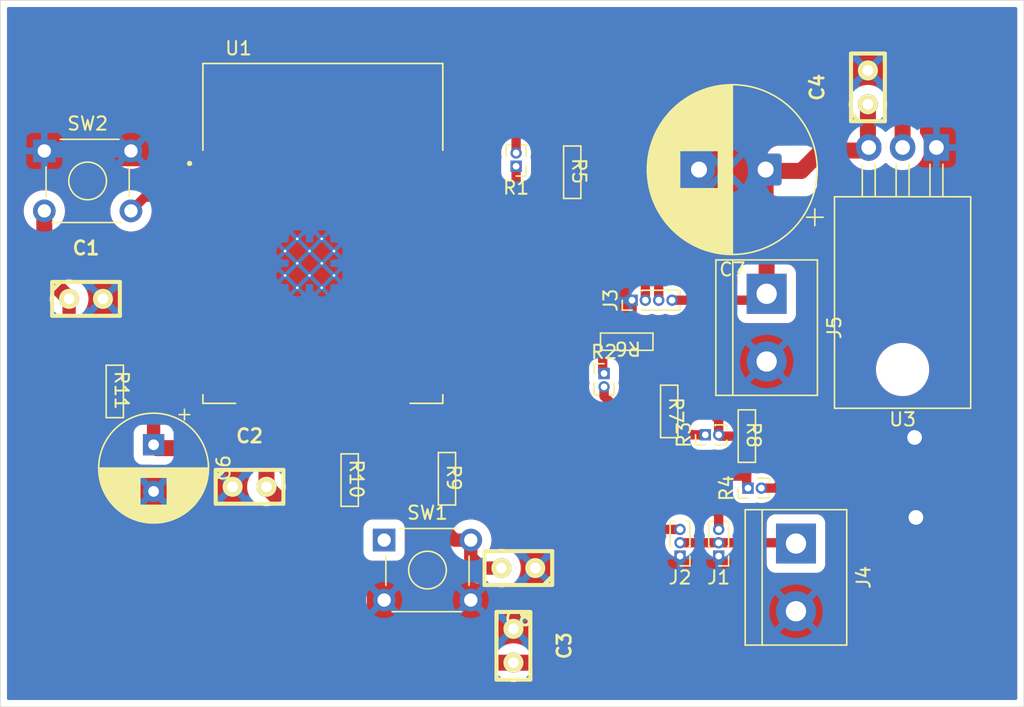
<source format=kicad_pcb>
(kicad_pcb (version 20241229) (generator "pcbnew") (generator_version "9.0")
  (layers (0 "F.Cu" signal) (2 "B.Cu" signal) (13 "F.Paste" user) (15 "B.Paste" user) (5 "F.SilkS" user "F.Silkscreen") (7 "B.SilkS" user "B.Silkscreen") (1 "F.Mask" user) (3 "B.Mask" user) (25 "Edge.Cuts" user))
  (net 0 "")
  (net 1 "Net-(J1-Pin_3)")
  (net 2 "Net-(J2-Pin_3)")
  (net 3 "/GND")
  (net 4 "/EN")
  (net 5 "/3.3v")
  (net 6 "/5vusb")
  (net 7 "/5v")
  (net 8 "Net-(C8-Pad2)")
  (net 9 "Net-(J3-Pin_2)")
  (net 10 "Net-(J3-Pin_3)")
  (net 11 "Net-(U1-IO22)")
  (net 12 "Net-(U1-IO21)")
  (net 13 "Net-(U1-IO19)")
  (net 14 "Net-(U1-IO18)")
  (net 15 "/boot")
  (footprint "eesp32:rrr" (layer "F.Cu") (at 75.2254 107.109287 -90)
    (property "Reference" "R5" (at 0 -0.5 270) (layer "F.SilkS"))
    (property "Value" "R")
    (pad "1" smd roundrect (at -1.755775 0) (size 1.4224 1.51765) (layers "F.Cu" "F.Mask" "F.Paste") (net 3 "/GND"))
    (pad "2" smd roundrect (at 1.890713 0.0254) (size 1.4478 1.450974) (layers "F.Cu" "F.Mask" "F.Paste") (net 11 "Net-(U1-IO22)"))
  )
  (footprint "Connector_PinHeader_1.00mm:PinHeader_1x03_P1.00mm_Vertical" (layer "F.Cu") (at 86.2 136 180)
    (property "Reference" "J1" (at 0 -1.61 0) (layer "F.SilkS"))
    (property "Value" "Conn_01x03_Pin" (hide yes))
    (pad "1" thru_hole rect (at 0 0 180) (size 0.85 0.85) (drill 0.5) (layers "*.Cu" "*.Mask") (net 3 "/GND"))
    (pad "2" thru_hole circle (at 0 1 180) (size 0.85 0.85) (drill 0.5) (layers "*.Cu" "*.Mask") (net 7 "/5v"))
    (pad "3" thru_hole circle (at 0 2 180) (size 0.85 0.85) (drill 0.5) (layers "*.Cu" "*.Mask") (net 1 "Net-(J1-Pin_3)"))
  )
  (footprint "eesp32:rrr" (layer "F.Cu") (at 40.9 123.555775 -90)
    (property "Reference" "R11" (at 0 -0.5 270) (layer "F.SilkS"))
    (property "Value" "10k")
    (pad "1" smd roundrect (at -1.755775 0) (size 1.4224 1.51765) (layers "F.Cu" "F.Mask" "F.Paste") (net 4 "/EN"))
    (pad "2" smd roundrect (at 1.890713 0.0254) (size 1.4478 1.450974) (layers "F.Cu" "F.Mask" "F.Paste") (net 5 "/3.3v"))
  )
  (footprint "Connector_PinHeader_1.00mm:PinHeader_1x03_P1.00mm_Vertical" (layer "F.Cu") (at 83.3 136 180)
    (property "Reference" "J2" (at 0 -1.61 0) (layer "F.SilkS"))
    (property "Value" "Conn_01x03_Pin")
    (pad "1" thru_hole rect (at 0 0 180) (size 0.85 0.85) (drill 0.5) (layers "*.Cu" "*.Mask") (net 3 "/GND"))
    (pad "2" thru_hole circle (at 0 1 180) (size 0.85 0.85) (drill 0.5) (layers "*.Cu" "*.Mask") (net 7 "/5v"))
    (pad "3" thru_hole circle (at 0 2 180) (size 0.85 0.85) (drill 0.5) (layers "*.Cu" "*.Mask") (net 2 "Net-(J2-Pin_3)"))
  )
  (footprint "eesp32:rrr" (layer "F.Cu") (at 88.3254 126.909287 -90)
    (property "Reference" "R8" (at 0 -0.5 270) (layer "F.SilkS"))
    (property "Value" "R")
    (pad "1" smd roundrect (at -1.755775 0) (size 1.4224 1.51765) (layers "F.Cu" "F.Mask" "F.Paste") (net 3 "/GND"))
    (pad "2" smd roundrect (at 1.890713 0.0254) (size 1.4478 1.450974) (layers "F.Cu" "F.Mask" "F.Paste") (net 14 "Net-(U1-IO18)"))
  )
  (footprint "TerminalBlock:TerminalBlock_bornier-2_P5.08mm" (layer "F.Cu") (at 89.8 116.32 -90)
    (property "Reference" "J5" (at 2.54 -5.08 90) (layer "F.SilkS"))
    (property "Value" "Conn_01x02_Pin")
    (pad "1" thru_hole rect (at 0 0 270) (size 3 3) (drill 1.52) (layers "*.Cu" "*.Mask") (net 6 "/5vusb"))
    (pad "2" thru_hole circle (at 5.08 0 270) (size 3 3) (drill 1.52) (layers "*.Cu" "*.Mask") (net 3 "/GND"))
  )
  (footprint "eesp32:rrr" (layer "F.Cu") (at 82.5 125.055775 -90)
    (property "Reference" "R7" (at 0 -0.5 270) (layer "F.SilkS"))
    (property "Value" "R")
    (pad "1" smd roundrect (at -1.755775 0) (size 1.4224 1.51765) (layers "F.Cu" "F.Mask" "F.Paste") (net 3 "/GND"))
    (pad "2" smd roundrect (at 1.890713 0.0254) (size 1.4478 1.450974) (layers "F.Cu" "F.Mask" "F.Paste") (net 13 "Net-(U1-IO19)"))
  )
  (footprint "Connector_PinHeader_1.00mm:PinHeader_1x02_P1.00mm_Vertical" (layer "F.Cu") (at 71 106.75 180)
    (property "Reference" "R1" (at 0 -1.61 0) (layer "F.SilkS"))
    (property "Value" "A9013")
    (pad "1" thru_hole rect (at 0 0 180) (size 0.85 0.85) (drill 0.5) (layers "*.Cu" "*.Mask") (net 11 "Net-(U1-IO22)"))
    (pad "2" thru_hole circle (at 0 1 180) (size 0.85 0.85) (drill 0.5) (layers "*.Cu" "*.Mask") (net 5 "/3.3v"))
  )
  (footprint "Button_Switch_THT:SW_TH_Tactile_Omron_B3F-10xx" (layer "F.Cu") (at 35.6 105.6)
    (property "Reference" "SW2" (at 3.25 -2.05 0) (layer "F.SilkS"))
    (property "Value" "SW_Push")
    (pad "1" thru_hole rect (at 0 0) (size 1.7 1.7) (drill 1) (layers "*.Cu" "*.Mask") (net 3 "/GND"))
    (pad "1" thru_hole circle (at 6.5 0) (size 1.7 1.7) (drill 1) (layers "*.Cu" "*.Mask") (net 3 "/GND"))
    (pad "2" thru_hole circle (at 0 4.5) (size 1.7 1.7) (drill 1) (layers "*.Cu" "*.Mask") (net 4 "/EN"))
    (pad "2" thru_hole circle (at 6.5 4.5) (size 1.7 1.7) (drill 1) (layers "*.Cu" "*.Mask") (net 4 "/EN"))
  )
  (footprint "EESTN5:CAP_0.1" (layer "F.Cu") (at 70.8 142.73 -90)
    (property "Reference" "C3" (at 0 -3.81 90) (layer "F.SilkS") (effects (font (size 1.016 1.016) (thickness 0.2032))))
    (property "Value" "10uf" (hide yes))
    (pad "1" thru_hole circle (at -1.27 0 270) (size 1.50114 1.50114) (drill 0.8001) (layers "*.Cu" "*.Mask" "F.SilkS") (net 3 "/GND"))
    (pad "2" thru_hole circle (at 1.27 0 270) (size 1.50114 1.50114) (drill 0.8001) (layers "*.Cu" "*.Mask" "F.SilkS") (net 5 "/3.3v"))
  )
  (footprint "EESTN5:CAP_0.1" (layer "F.Cu") (at 38.73 116.7)
    (property "Reference" "C1" (at 0 -3.81 0) (layer "F.SilkS") (effects (font (size 1.016 1.016) (thickness 0.2032))))
    (property "Value" "10nf" (hide yes))
    (pad "1" thru_hole circle (at -1.27 0) (size 1.50114 1.50114) (drill 0.8001) (layers "*.Cu" "*.Mask" "F.SilkS") (net 4 "/EN"))
    (pad "2" thru_hole circle (at 1.27 0) (size 1.50114 1.50114) (drill 0.8001) (layers "*.Cu" "*.Mask" "F.SilkS") (net 3 "/GND"))
  )
  (footprint "Capacitor_THT:CP_Radial_D12.5mm_P5.00mm" (layer "F.Cu") (at 89.723959 107 180)
    (property "Reference" "C7" (at 2.5 -7.5 0) (layer "F.SilkS"))
    (property "Value" "1000uf")
    (pad "1" thru_hole roundrect (at 0 0 180) (size 2.4 2.4) (drill 1.2) (layers "*.Cu" "*.Mask") (roundrect_rratio 0.104167) (net 6 "/5vusb"))
    (pad "2" thru_hole circle (at 5 0 180) (size 2.4 2.4) (drill 1.2) (layers "*.Cu" "*.Mask") (net 3 "/GND"))
  )
  (footprint "Button_Switch_THT:SW_TH_Tactile_Omron_B3F-10xx" (layer "F.Cu") (at 61.1 134.8)
    (property "Reference" "SW1" (at 3.25 -2.05 0) (layer "F.SilkS"))
    (property "Value" "SW_Push")
    (pad "1" thru_hole rect (at 0 0) (size 1.7 1.7) (drill 1) (layers "*.Cu" "*.Mask") (net 8 "Net-(C8-Pad2)"))
    (pad "1" thru_hole circle (at 6.5 0) (size 1.7 1.7) (drill 1) (layers "*.Cu" "*.Mask") (net 8 "Net-(C8-Pad2)"))
    (pad "2" thru_hole circle (at 0 4.5) (size 1.7 1.7) (drill 1) (layers "*.Cu" "*.Mask") (net 3 "/GND"))
    (pad "2" thru_hole circle (at 6.5 4.5) (size 1.7 1.7) (drill 1) (layers "*.Cu" "*.Mask") (net 3 "/GND"))
  )
  (footprint "EESTN5:CAP_0.1" (layer "F.Cu") (at 97.4 100.83 90)
    (property "Reference" "C4" (at 0 -3.81 90) (layer "F.SilkS") (effects (font (size 1.016 1.016) (thickness 0.2032))))
    (property "Value" "100nf" (hide yes))
    (pad "1" thru_hole circle (at -1.27 0 90) (size 1.50114 1.50114) (drill 0.8001) (layers "*.Cu" "*.Mask" "F.SilkS") (net 6 "/5vusb"))
    (pad "2" thru_hole circle (at 1.27 0 90) (size 1.50114 1.50114) (drill 0.8001) (layers "*.Cu" "*.Mask" "F.SilkS") (net 3 "/GND"))
  )
  (footprint "TerminalBlock:TerminalBlock_bornier-2_P5.08mm" (layer "F.Cu") (at 92 135.06 -90)
    (property "Reference" "J4" (at 2.54 -5.08 90) (layer "F.SilkS"))
    (property "Value" "Conn_01x02_Pin")
    (pad "1" thru_hole rect (at 0 0 270) (size 3 3) (drill 1.52) (layers "*.Cu" "*.Mask") (net 7 "/5v"))
    (pad "2" thru_hole circle (at 5.08 0 270) (size 3 3) (drill 1.52) (layers "*.Cu" "*.Mask") (net 3 "/GND"))
  )
  (footprint "Capacitor_THT:CP_Radial_D8.0mm_P3.50mm" (layer "F.Cu") (at 43.8 127.647349 -90)
    (property "Reference" "C6" (at 1.75 -5.25 90) (layer "F.SilkS"))
    (property "Value" "100uf")
    (pad "1" thru_hole rect (at 0 0 270) (size 1.6 1.6) (drill 0.8) (layers "*.Cu" "*.Mask") (net 5 "/3.3v"))
    (pad "2" thru_hole circle (at 3.5 0 270) (size 1.6 1.6) (drill 0.8) (layers "*.Cu" "*.Mask") (net 3 "/GND"))
  )
  (footprint "Connector_PinHeader_1.00mm:PinHeader_1x02_P1.00mm_Vertical" (layer "F.Cu") (at 77.6 122.3)
    (property "Reference" "R2" (at 0 -1.61 0) (layer "F.SilkS"))
    (property "Value" "A9013")
    (pad "1" thru_hole rect (at 0 0) (size 0.85 0.85) (drill 0.5) (layers "*.Cu" "*.Mask") (net 12 "Net-(U1-IO21)"))
    (pad "2" thru_hole circle (at 0 1) (size 0.85 0.85) (drill 0.5) (layers "*.Cu" "*.Mask") (net 5 "/3.3v"))
  )
  (footprint "EESTN5:CAP_0.1" (layer "F.Cu") (at 71.17 136.9 180)
    (property "Reference" "C8" (at 0 -3.81 180) (layer "F.SilkS") (effects (font (size 1.016 1.016) (thickness 0.2032))))
    (property "Value" "10nf" (hide yes))
    (pad "1" thru_hole circle (at -1.27 0 180) (size 1.50114 1.50114) (drill 0.8001) (layers "*.Cu" "*.Mask" "F.SilkS") (net 3 "/GND"))
    (pad "2" thru_hole circle (at 1.27 0 180) (size 1.50114 1.50114) (drill 0.8001) (layers "*.Cu" "*.Mask" "F.SilkS") (net 8 "Net-(C8-Pad2)"))
  )
  (footprint "eesp32:rrr" (layer "F.Cu") (at 65.8254 130.109287 -90)
    (property "Reference" "R9" (at 0 -0.5 270) (layer "F.SilkS"))
    (property "Value" "2k")
    (pad "1" smd roundrect (at -1.755775 0) (size 1.4224 1.51765) (layers "F.Cu" "F.Mask" "F.Paste") (net 15 "/boot"))
    (pad "2" smd roundrect (at 1.890713 0.0254) (size 1.4478 1.450974) (layers "F.Cu" "F.Mask" "F.Paste") (net 8 "Net-(C8-Pad2)"))
  )
  (footprint "eesp32:rrr" (layer "F.Cu") (at 79.390713 119.9254 180)
    (property "Reference" "R6" (at 0 -0.5 180) (layer "F.SilkS"))
    (property "Value" "R")
    (pad "1" smd roundrect (at -1.755775 0 270) (size 1.4224 1.51765) (layers "F.Cu" "F.Mask" "F.Paste") (net 3 "/GND"))
    (pad "2" smd roundrect (at 1.890713 0.0254 270) (size 1.4478 1.450974) (layers "F.Cu" "F.Mask" "F.Paste") (net 12 "Net-(U1-IO21)"))
  )
  (footprint "eesp32:rrr" (layer "F.Cu") (at 58.5254 130.209287 -90)
    (property "Reference" "R10" (at 0 -0.5 270) (layer "F.SilkS"))
    (property "Value" "20k")
    (pad "1" smd roundrect (at -1.755775 0) (size 1.4224 1.51765) (layers "F.Cu" "F.Mask" "F.Paste") (net 15 "/boot"))
    (pad "2" smd roundrect (at 1.890713 0.0254) (size 1.4478 1.450974) (layers "F.Cu" "F.Mask" "F.Paste") (net 5 "/3.3v"))
  )
  (footprint "Connector_PinHeader_1.00mm:PinHeader_1x02_P1.00mm_Vertical" (layer "F.Cu") (at 85.2 126.9 90)
    (property "Reference" "R3" (at 0 -1.61 90) (layer "F.SilkS"))
    (property "Value" "A9013")
    (pad "1" thru_hole rect (at 0 0 90) (size 0.85 0.85) (drill 0.5) (layers "*.Cu" "*.Mask") (net 13 "Net-(U1-IO19)"))
    (pad "2" thru_hole circle (at 0 1 90) (size 0.85 0.85) (drill 0.5) (layers "*.Cu" "*.Mask") (net 5 "/3.3v"))
  )
  (footprint "EESTN5:CAP_0.1" (layer "F.Cu") (at 51 130.8)
    (property "Reference" "C2" (at 0 -3.81 0) (layer "F.SilkS") (effects (font (size 1.016 1.016) (thickness 0.2032))))
    (property "Value" "100nf" (hide yes))
    (pad "1" thru_hole circle (at -1.27 0) (size 1.50114 1.50114) (drill 0.8001) (layers "*.Cu" "*.Mask" "F.SilkS") (net 3 "/GND"))
    (pad "2" thru_hole circle (at 1.27 0) (size 1.50114 1.50114) (drill 0.8001) (layers "*.Cu" "*.Mask" "F.SilkS") (net 5 "/3.3v"))
  )
  (footprint "Connector_PinHeader_1.00mm:PinHeader_1x04_P1.00mm_Vertical" (layer "F.Cu") (at 79.7 116.8 90)
    (property "Reference" "J3" (at 0 -1.61 90) (layer "F.SilkS"))
    (property "Value" "Conn_01x04_Socket")
    (pad "1" thru_hole rect (at 0 0 90) (size 0.85 0.85) (drill 0.5) (layers "*.Cu" "*.Mask") (net 3 "/GND"))
    (pad "2" thru_hole circle (at 0 1 90) (size 0.85 0.85) (drill 0.5) (layers "*.Cu" "*.Mask") (net 9 "Net-(J3-Pin_2)"))
    (pad "3" thru_hole circle (at 0 2 90) (size 0.85 0.85) (drill 0.5) (layers "*.Cu" "*.Mask") (net 10 "Net-(J3-Pin_3)"))
    (pad "4" thru_hole circle (at 0 3 90) (size 0.85 0.85) (drill 0.5) (layers "*.Cu" "*.Mask") (net 6 "/5vusb"))
  )
  (footprint "ESP32-WROOM-32D:MODULE_ESP32-WROOM-32D" (layer "F.Cu") (at 56.5 111.79)
    (property "Reference" "U1" (at -6.325 -13.885 0) (layer "F.SilkS"))
    (property "Value" "ESP32-WROOM-32D")
    (pad "1" smd rect (at -8.5 -5.26) (size 2 0.9) (layers "F.Cu" "F.Mask" "F.Paste") (net 3 "/GND"))
    (pad "2" smd rect (at -8.5 -3.99) (size 2 0.9) (layers "F.Cu" "F.Mask" "F.Paste") (net 5 "/3.3v"))
    (pad "3" smd rect (at -8.5 -2.72) (size 2 0.9) (layers "F.Cu" "F.Mask" "F.Paste") (net 4 "/EN"))
    (pad "4" smd rect (at -8.5 -1.45) (size 2 0.9) (layers "F.Cu" "F.Mask" "F.Paste"))
    (pad "5" smd rect (at -8.5 -0.18) (size 2 0.9) (layers "F.Cu" "F.Mask" "F.Paste"))
    (pad "6" smd rect (at -8.5 1.09) (size 2 0.9) (layers "F.Cu" "F.Mask" "F.Paste"))
    (pad "7" smd rect (at -8.5 2.36) (size 2 0.9) (layers "F.Cu" "F.Mask" "F.Paste"))
    (pad "8" smd rect (at -8.5 3.63) (size 2 0.9) (layers "F.Cu" "F.Mask" "F.Paste"))
    (pad "9" smd rect (at -8.5 4.9) (size 2 0.9) (layers "F.Cu" "F.Mask" "F.Paste"))
    (pad "10" smd rect (at -8.5 6.17) (size 2 0.9) (layers "F.Cu" "F.Mask" "F.Paste"))
    (pad "11" smd rect (at -8.5 7.44) (size 2 0.9) (layers "F.Cu" "F.Mask" "F.Paste"))
    (pad "12" smd rect (at -8.5 8.71) (size 2 0.9) (layers "F.Cu" "F.Mask" "F.Paste"))
    (pad "13" smd rect (at -8.5 9.98) (size 2 0.9) (layers "F.Cu" "F.Mask" "F.Paste"))
    (pad "14" smd rect (at -8.5 11.25) (size 2 0.9) (layers "F.Cu" "F.Mask" "F.Paste"))
    (pad "15" smd rect (at -5.715 12.25) (size 0.9 2) (layers "F.Cu" "F.Mask" "F.Paste") (net 3 "/GND"))
    (pad "16" smd rect (at -4.445 12.25) (size 0.9 2) (layers "F.Cu" "F.Mask" "F.Paste"))
    (pad "17" smd rect (at -3.175 12.25) (size 0.9 2) (layers "F.Cu" "F.Mask" "F.Paste"))
    (pad "18" smd rect (at -1.905 12.25) (size 0.9 2) (layers "F.Cu" "F.Mask" "F.Paste"))
    (pad "19" smd rect (at -0.635 12.25) (size 0.9 2) (layers "F.Cu" "F.Mask" "F.Paste"))
    (pad "20" smd rect (at 0.635 12.25) (size 0.9 2) (layers "F.Cu" "F.Mask" "F.Paste"))
    (pad "21" smd rect (at 1.905 12.25) (size 0.9 2) (layers "F.Cu" "F.Mask" "F.Paste"))
    (pad "22" smd rect (at 3.175 12.25) (size 0.9 2) (layers "F.Cu" "F.Mask" "F.Paste"))
    (pad "23" smd rect (at 4.445 12.25) (size 0.9 2) (layers "F.Cu" "F.Mask" "F.Paste"))
    (pad "24" smd rect (at 5.715 12.25) (size 0.9 2) (layers "F.Cu" "F.Mask" "F.Paste"))
    (pad "25" smd rect (at 8.5 11.25) (size 2 0.9) (layers "F.Cu" "F.Mask" "F.Paste") (net 15 "/boot"))
    (pad "26" smd rect (at 8.5 9.98) (size 2 0.9) (layers "F.Cu" "F.Mask" "F.Paste"))
    (pad "27" smd rect (at 8.5 8.71) (size 2 0.9) (layers "F.Cu" "F.Mask" "F.Paste") (net 2 "Net-(J2-Pin_3)"))
    (pad "28" smd rect (at 8.5 7.44) (size 2 0.9) (layers "F.Cu" "F.Mask" "F.Paste") (net 1 "Net-(J1-Pin_3)"))
    (pad "29" smd rect (at 8.5 6.17) (size 2 0.9) (layers "F.Cu" "F.Mask" "F.Paste"))
    (pad "30" smd rect (at 8.5 4.9) (size 2 0.9) (layers "F.Cu" "F.Mask" "F.Paste") (net 14 "Net-(U1-IO18)"))
    (pad "31" smd rect (at 8.5 3.63) (size 2 0.9) (layers "F.Cu" "F.Mask" "F.Paste") (net 13 "Net-(U1-IO19)"))
    (pad "32" smd rect (at 8.5 2.36) (size 2 0.9) (layers "F.Cu" "F.Mask" "F.Paste"))
    (pad "33" smd rect (at 8.5 1.09) (size 2 0.9) (layers "F.Cu" "F.Mask" "F.Paste") (net 12 "Net-(U1-IO21)"))
    (pad "34" smd rect (at 8.5 -0.18) (size 2 0.9) (layers "F.Cu" "F.Mask" "F.Paste") (net 9 "Net-(J3-Pin_2)"))
    (pad "35" smd rect (at 8.5 -1.45) (size 2 0.9) (layers "F.Cu" "F.Mask" "F.Paste") (net 10 "Net-(J3-Pin_3)"))
    (pad "36" smd rect (at 8.5 -2.72) (size 2 0.9) (layers "F.Cu" "F.Mask" "F.Paste") (net 11 "Net-(U1-IO22)"))
    (pad "37" smd rect (at 8.5 -3.99) (size 2 0.9) (layers "F.Cu" "F.Mask" "F.Paste"))
    (pad "38" smd rect (at 8.5 -5.26) (size 2 0.9) (layers "F.Cu" "F.Mask" "F.Paste") (net 3 "/GND"))
    (pad "39_1" smd rect (at -2.835 0.405) (size 1.33 1.33) (layers "F.Cu" "F.Mask" "F.Paste") (net 3 "/GND"))
    (pad "39_2" smd rect (at -1 0.405) (size 1.33 1.33) (layers "F.Cu" "F.Mask" "F.Paste") (net 3 "/GND"))
    (pad "39_3" smd rect (at 0.835 0.405) (size 1.33 1.33) (layers "F.Cu" "F.Mask" "F.Paste") (net 3 "/GND"))
    (pad "39_4" smd rect (at -2.835 2.24) (size 1.33 1.33) (layers "F.Cu" "F.Mask" "F.Paste") (net 3 "/GND"))
    (pad "39_5" smd rect (at -1 2.24) (size 1.33 1.33) (layers "F.Cu" "F.Mask" "F.Paste") (net 3 "/GND"))
    (pad "39_6" smd rect (at 0.835 2.24) (size 1.33 1.33) (layers "F.Cu" "F.Mask" "F.Paste") (net 3 "/GND"))
    (pad "39_7" smd rect (at -2.835 4.075) (size 1.33 1.33) (layers "F.Cu" "F.Mask" "F.Paste") (net 3 "/GND"))
    (pad "39_8" smd rect (at -1 4.075) (size 1.33 1.33) (layers "F.Cu" "F.Mask" "F.Paste") (net 3 "/GND"))
    (pad "39_9" smd rect (at 0.835 4.075) (size 1.33 1.33) (layers "F.Cu" "F.Mask" "F.Paste") (net 3 "/GND"))
    (pad "39_10" thru_hole circle (at -1.9175 0.405) (size 0.3 0.3) (drill 0.2) (layers "*.Cu" "*.Mask") (net 3 "/GND"))
    (pad "39_11" thru_hole circle (at -0.0825 0.405) (size 0.3 0.3) (drill 0.2) (layers "*.Cu" "*.Mask") (net 3 "/GND"))
    (pad "39_12" thru_hole circle (at -2.835 1.3225) (size 0.3 0.3) (drill 0.2) (layers "*.Cu" "*.Mask") (net 3 "/GND"))
    (pad "39_13" thru_hole circle (at -1 1.3225) (size 0.3 0.3) (drill 0.2) (layers "*.Cu" "*.Mask") (net 3 "/GND"))
    (pad "39_14" thru_hole circle (at 0.835 1.3225) (size 0.3 0.3) (drill 0.2) (layers "*.Cu" "*.Mask") (net 3 "/GND"))
    (pad "39_15" thru_hole circle (at -1.9175 2.24) (size 0.3 0.3) (drill 0.2) (layers "*.Cu" "*.Mask") (net 3 "/GND"))
    (pad "39_16" thru_hole circle (at -0.0825 2.24) (size 0.3 0.3) (drill 0.2) (layers "*.Cu" "*.Mask") (net 3 "/GND"))
    (pad "39_17" thru_hole circle (at -2.835 3.1575) (size 0.3 0.3) (drill 0.2) (layers "*.Cu" "*.Mask") (net 3 "/GND"))
    (pad "39_18" thru_hole circle (at -1 3.1575) (size 0.3 0.3) (drill 0.2) (layers "*.Cu" "*.Mask") (net 3 "/GND"))
    (pad "39_19" thru_hole circle (at 0.835 3.1575) (size 0.3 0.3) (drill 0.2) (layers "*.Cu" "*.Mask") (net 3 "/GND"))
    (pad "39_20" thru_hole circle (at -1.9175 4.075) (size 0.3 0.3) (drill 0.2) (layers "*.Cu" "*.Mask") (net 3 "/GND"))
    (pad "39_21" thru_hole circle (at -0.0825 4.075) (size 0.3 0.3) (drill 0.2) (layers "*.Cu" "*.Mask") (net 3 "/GND"))
    (zone (net 0) (net_name "") (layer "F.Cu") (connect_pads (clearance 0)) (min_thickness 0.01)
      (keepout (tracks not_allowed) (vias not_allowed) (pads not_allowed) (copperpour not_allowed) (footprints allowed))
      (fill (thermal_gap 0.508) (thermal_bridge_width 0.508))
      (polygon (pts (xy 47.5 99.04) (xy 65.5 99.04) (xy 65.5 105.34) (xy 47.5 105.34)))
    )
  )
  (footprint "Package_TO_SOT_THT:TO-220-3_Horizontal_TabDown" (layer "F.Cu") (at 102.54 105.34 180)
    (property "Reference" "U3" (at 2.54 -20.41 0) (layer "F.SilkS"))
    (property "Value" "LM1117T-3.3")
    (pad "" np_thru_hole circle (at 2.54 -16.66 180) (size 3.5 3.5) (drill 3.5) (layers "*.Cu" "*.Mask"))
    (pad "1" thru_hole rect (at 0 0 180) (size 1.905 2) (drill 1.1) (layers "*.Cu" "*.Mask") (net 3 "/GND"))
    (pad "2" thru_hole oval (at 2.54 0 180) (size 1.905 2) (drill 1.1) (layers "*.Cu" "*.Mask") (net 5 "/3.3v"))
    (pad "3" thru_hole oval (at 5.08 0 180) (size 1.905 2) (drill 1.1) (layers "*.Cu" "*.Mask") (net 6 "/5vusb"))
  )
  (footprint "Connector_PinHeader_1.00mm:PinHeader_1x02_P1.00mm_Vertical" (layer "F.Cu") (at 88.4 130.9 90)
    (property "Reference" "R4" (at 0 -1.61 90) (layer "F.SilkS"))
    (property "Value" "A9013")
    (pad "1" thru_hole rect (at 0 0 90) (size 0.85 0.85) (drill 0.5) (layers "*.Cu" "*.Mask") (net 14 "Net-(U1-IO18)"))
    (pad "2" thru_hole circle (at 0 1 90) (size 0.85 0.85) (drill 0.5) (layers "*.Cu" "*.Mask") (net 5 "/3.3v"))
  )
  (gr_line (start 109.1 147.3) (end 109.1 94.3) (stroke (width 0.05)) (layer "Edge.Cuts"))
  (gr_line (start 32.3 94.3) (end 32.3 147.3) (stroke (width 0.05)) (layer "Edge.Cuts"))
  (gr_line (start 109.1 94.3) (end 32.3 94.3) (stroke (width 0.05)) (layer "Edge.Cuts"))
  (gr_line (start 32.3 147.3) (end 109.1 147.3) (stroke (width 0.05)) (layer "Edge.Cuts"))
  (segment (start 72.2 132.2) (end 85.5 132.2) (width 0.7) (layer "F.Cu") (net 1))
  (segment (start 71 121.5) (end 71 131) (width 0.7) (layer "F.Cu") (net 1))
  (segment (start 86.2 134) (end 86.2 132.9) (width 0.7) (layer "F.Cu") (net 1))
  (segment (start 65 119.23) (end 68.73 119.23) (width 0.7) (layer "F.Cu") (net 1))
  (segment (start 68.73 119.23) (end 71 121.5) (width 0.7) (layer "F.Cu") (net 1))
  (segment (start 86.2 132.9) (end 85.5 132.2) (width 0.7) (layer "F.Cu") (net 1))
  (segment (start 71 131) (end 72.2 132.2) (width 0.7) (layer "F.Cu") (net 1))
  (segment (start 83.3 134) (end 71 134) (width 0.7) (layer "F.Cu") (net 2))
  (segment (start 71 134) (end 69.5 132.5) (width 0.7) (layer "F.Cu") (net 2))
  (segment (start 67.5 120.5) (end 65 120.5) (width 0.7) (layer "F.Cu") (net 2))
  (segment (start 69.5 132.5) (end 69.5 122.5) (width 0.7) (layer "F.Cu") (net 2))
  (segment (start 69.5 122.5) (end 67.5 120.5) (width 0.7) (layer "F.Cu") (net 2))
  (segment (start 79.7 116.8) (end 79.7 117.4) (width 0.7) (layer "F.Cu") (net 3))
  (segment (start 79.7 117.4) (end 79.7 118.2) (width 0.7) (layer "F.Cu") (net 3))
  (via (at 101 133.1) (size 2.2) (drill 1.1) (layers "F.Cu" "B.Cu") (net 3))
  (via (at 100.9 127.1) (size 2.2) (drill 1.1) (layers "F.Cu" "B.Cu") (net 3))
  (segment (start 35.6 105.6) (end 35.7 105.5) (width 1.2) (layer "B.Cu") (net 3))
  (segment (start 42 105.5) (end 42.1 105.6) (width 1.2) (layer "B.Cu") (net 3))
  (segment (start 35.7 105.5) (end 42 105.5) (width 1.2) (layer "B.Cu") (net 3))
  (segment (start 48 109.07) (end 43.13 109.07) (width 0.7) (layer "F.Cu") (net 4))
  (segment (start 43.13 109.07) (end 42.1 110.1) (width 0.7) (layer "F.Cu") (net 4))
  (segment (start 35.6 110.1) (end 35.6 114.84) (width 1.2) (layer "F.Cu") (net 4))
  (segment (start 35.6 114.84) (end 37.46 116.7) (width 1.2) (layer "F.Cu") (net 4))
  (segment (start 40.8 122.4) (end 38.3 122.4) (width 1) (layer "F.Cu") (net 4))
  (segment (start 37.46 121.56) (end 37.46 116.7) (width 1) (layer "F.Cu") (net 4))
  (segment (start 38.3 122.4) (end 37.46 121.56) (width 1) (layer "F.Cu") (net 4))
  (segment (start 42.5 114.2) (end 43.8 115.5) (width 0.7) (layer "F.Cu") (net 5))
  (segment (start 43.453512 125.446488) (end 43.8 125.1) (width 1) (layer "F.Cu") (net 5))
  (segment (start 43.8 127.647349) (end 44.052651 127.9) (width 1.2) (layer "F.Cu") (net 5))
  (segment (start 39.1 102.3) (end 39.1 106.9) (width 0.7) (layer "F.Cu") (net 5))
  (segment (start 39.1 98.5) (end 40.5 97.1) (width 0.7) (layer "F.Cu") (net 5))
  (segment (start 86.2 126.9) (end 86.2 125.8) (width 0.7) (layer "F.Cu") (net 5))
  (segment (start 70.8 144) (end 96.1 144) (width 1.2) (layer "F.Cu") (net 5))
  (segment (start 58.5 132.1) (end 53.57 132.1) (width 1.2) (layer "F.Cu") (net 5))
  (segment (start 40.5 97.1) (end 70.1 97.1) (width 0.7) (layer "F.Cu") (net 5))
  (segment (start 43.8 125.1) (end 43.8 127.647349) (width 1) (layer "F.Cu") (net 5))
  (segment (start 101 102.3) (end 100 103.3) (width 1.2) (layer "F.Cu") (net 5))
  (segment (start 50.9 127.9) (end 52.27 129.27) (width 1.2) (layer "F.Cu") (net 5))
  (segment (start 61.3 144) (end 70.8 144) (width 1.2) (layer "F.Cu") (net 5))
  (segment (start 96.1 144) (end 97.3 142.8) (width 1.2) (layer "F.Cu") (net 5))
  (segment (start 100 103.3) (end 100 105.34) (width 1.2) (layer "F.Cu") (net 5))
  (segment (start 70.1 97.1) (end 71 98) (width 0.7) (layer "F.Cu") (net 5))
  (segment (start 89.4 130.9) (end 90.5 130.9) (width 0.7) (layer "F.Cu") (net 5))
  (segment (start 39.1 102.3) (end 39.1 98.5) (width 0.7) (layer "F.Cu") (net 5))
  (segment (start 86.3 127) (end 89.9 127) (width 0.7) (layer "F.Cu") (net 5))
  (segment (start 39 113.1) (end 40.1 114.2) (width 0.7) (layer "F.Cu") (net 5))
  (segment (start 85.6 125.2) (end 78.8 125.2) (width 0.7) (layer "F.Cu") (net 5))
  (segment (start 106.4 103.8) (end 104.9 102.3) (width 1.2) (layer "F.Cu") (net 5))
  (segment (start 97.3 130) (end 105.5 130) (width 1.2) (layer "F.Cu") (net 5))
  (segment (start 40.7 107.8) (end 48 107.8) (width 0.7) (layer "F.Cu") (net 5))
  (segment (start 52.27 129.27) (end 52.27 130.8) (width 1.2) (layer "F.Cu") (net 5))
  (segment (start 90.8 127.9) (end 90.8 128.7) (width 0.7) (layer "F.Cu") (net 5))
  (segment (start 78.8 125.2) (end 77.6 124) (width 0.7) (layer "F.Cu") (net 5))
  (segment (start 86.2 126.9) (end 86.3 127) (width 0.7) (layer "F.Cu") (net 5))
  (segment (start 89.9 127) (end 90.8 127.9) (width 0.7) (layer "F.Cu") (net 5))
  (segment (start 44.052651 127.9) (end 50.9 127.9) (width 1.2) (layer "F.Cu") (net 5))
  (segment (start 77.6 124) (end 77.6 123.3) (width 0.7) (layer "F.Cu") (net 5))
  (segment (start 40.1 114.2) (end 42.5 114.2) (width 0.7) (layer "F.Cu") (net 5))
  (segment (start 40.8 107.8) (end 40 107.8) (width 0.7) (layer "F.Cu") (net 5))
  (segment (start 71 98) (end 71 105.75) (width 0.7) (layer "F.Cu") (net 5))
  (segment (start 53.57 132.1) (end 52.27 130.8) (width 1.2) (layer "F.Cu") (net 5))
  (segment (start 40 107.8) (end 39 108.8) (width 0.7) (layer "F.Cu") (net 5))
  (segment (start 86.2 125.8) (end 85.6 125.2) (width 0.7) (layer "F.Cu") (net 5))
  (segment (start 43.8 115.5) (end 43.8 127.647349) (width 0.7) (layer "F.Cu") (net 5))
  (segment (start 39 108.8) (end 39 113.1) (width 0.7) (layer "F.Cu") (net 5))
  (segment (start 104.9 102.3) (end 101 102.3) (width 1.2) (layer "F.Cu") (net 5))
  (segment (start 90.8 130) (end 97.3 130) (width 0.7) (layer "F.Cu") (net 5))
  (segment (start 58.5 141.2) (end 61.3 144) (width 1.2) (layer "F.Cu") (net 5))
  (segment (start 58.5 132.1) (end 58.5 141.2) (width 1.2) (layer "F.Cu") (net 5))
  (segment (start 105.5 130) (end 106.4 129.1) (width 1.2) (layer "F.Cu") (net 5))
  (segment (start 39.1 106.9) (end 40 107.8) (width 0.7) (layer "F.Cu") (net 5))
  (segment (start 40.8746 125.446488) (end 43.453512 125.446488) (width 1) (layer "F.Cu") (net 5))
  (segment (start 97.3 142.8) (end 97.3 130) (width 1.2) (layer "F.Cu") (net 5))
  (segment (start 106.4 129.1) (end 106.4 103.8) (width 1.2) (layer "F.Cu") (net 5))
  (segment (start 90.8 128.7) (end 90.8 130) (width 0.7) (layer "F.Cu") (net 5))
  (segment (start 90.5 130.9) (end 90.8 130.6) (width 0.7) (layer "F.Cu") (net 5))
  (segment (start 90.8 130.6) (end 90.8 128.7) (width 0.7) (layer "F.Cu") (net 5))
  (segment (start 97.4 105.28) (end 97.46 105.34) (width 1.2) (layer "F.Cu") (net 6))
  (segment (start 89.48 116.8) (end 90.1 117.42) (width 0.7) (layer "F.Cu") (net 6))
  (segment (start 93.93 105.57) (end 92.4 107.1) (width 1.2) (layer "F.Cu") (net 6))
  (segment (start 89.8 116.42) (end 90.4 117.02) (width 1.2) (layer "F.Cu") (net 6))
  (segment (start 89.8 113.1) (end 89.8 116.42) (width 1.2) (layer "F.Cu") (net 6))
  (segment (start 97.4 102.1) (end 97.4 105.28) (width 1.2) (layer "F.Cu") (net 6))
  (segment (start 82.7 116.8) (end 89.48 116.8) (width 0.7) (layer "F.Cu") (net 6))
  (segment (start 97.23 105.57) (end 93.93 105.57) (width 1.2) (layer "F.Cu") (net 6))
  (segment (start 89.823959 107.1) (end 89.723959 107) (width 1.2) (layer "F.Cu") (net 6))
  (segment (start 89.723959 113.023959) (end 89.8 113.1) (width 1.2) (layer "F.Cu") (net 6))
  (segment (start 92.4 107.1) (end 89.823959 107.1) (width 1.2) (layer "F.Cu") (net 6))
  (segment (start 90.4 117.02) (end 90 117.42) (width 0.7) (layer "F.Cu") (net 6))
  (segment (start 89.723959 107) (end 89.723959 113.023959) (width 1.2) (layer "F.Cu") (net 6))
  (segment (start 86.2 135) (end 83.3 135) (width 0.7) (layer "F.Cu") (net 7))
  (segment (start 92 135.06) (end 91.94 135) (width 0.7) (layer "F.Cu") (net 7))
  (segment (start 91.94 135) (end 86.2 135) (width 0.7) (layer "F.Cu") (net 7))
  (segment (start 65.8 132) (end 65.8 134.2) (width 1) (layer "F.Cu") (net 8))
  (segment (start 68.4 136.9) (end 67.6 136.1) (width 1) (layer "F.Cu") (net 8))
  (segment (start 69.9 136.9) (end 68.4 136.9) (width 1) (layer "F.Cu") (net 8))
  (segment (start 65.8 134.2) (end 66.4 134.8) (width 1) (layer "F.Cu") (net 8))
  (segment (start 66.4 134.8) (end 67.6 134.8) (width 1) (layer "F.Cu") (net 8))
  (segment (start 67.6 136.1) (end 67.6 134.8) (width 1) (layer "F.Cu") (net 8))
  (segment (start 71.61 111.61) (end 65 111.61) (width 0.7) (layer "F.Cu") (net 9))
  (segment (start 74.45 114.45) (end 71.61 111.61) (width 0.7) (layer "F.Cu") (net 9))
  (segment (start 80.7 116.8) (end 80.7 115.4) (width 0.7) (layer "F.Cu") (net 9))
  (segment (start 80.05 114.75) (end 74.75 114.75) (width 0.7) (layer "F.Cu") (net 9))
  (segment (start 80.7 115.4) (end 80.05 114.75) (width 0.7) (layer "F.Cu") (net 9))
  (segment (start 74.75 114.75) (end 74.45 114.45) (width 0.7) (layer "F.Cu") (net 9))
  (segment (start 81.7 114.6) (end 80.5 113.4) (width 0.7) (layer "F.Cu") (net 10))
  (segment (start 80.5 113.4) (end 75.9 113.4) (width 0.7) (layer "F.Cu") (net 10))
  (segment (start 72.84 110.34) (end 65 110.34) (width 0.7) (layer "F.Cu") (net 10))
  (segment (start 81.7 116.8) (end 81.7 114.6) (width 0.7) (layer "F.Cu") (net 10))
  (segment (start 75.9 113.4) (end 72.84 110.34) (width 0.7) (layer "F.Cu") (net 10))
  (segment (start 70.2 109.07) (end 65 109.07) (width 0.7) (layer "F.Cu") (net 11))
  (segment (start 65.07 109) (end 65 109.07) (width 0.2) (layer "F.Cu") (net 11))
  (segment (start 71 109.07) (end 70.2 109.07) (width 0.7) (layer "F.Cu") (net 11))
  (segment (start 71 106.75) (end 71 109.07) (width 0.7) (layer "F.Cu") (net 11))
  (segment (start 75.2 109) (end 70.27 109) (width 0.7) (layer "F.Cu") (net 11))
  (segment (start 70.27 109) (end 70.2 109.07) (width 0.7) (layer "F.Cu") (net 11))
  (segment (start 77.1 117.8) (end 75.2 117.8) (width 0.7) (layer "F.Cu") (net 12))
  (segment (start 77.6 122.3) (end 77.5 122.2) (width 0.7) (layer "F.Cu") (net 12))
  (segment (start 65.12 113) (end 65 112.88) (width 0.7) (layer "F.Cu") (net 12))
  (segment (start 77.5 122.2) (end 77.5 118.2) (width 0.7) (layer "F.Cu") (net 12))
  (segment (start 77.5 118.2) (end 77.1 117.8) (width 0.7) (layer "F.Cu") (net 12))
  (segment (start 70.4 113) (end 65.12 113) (width 0.7) (layer "F.Cu") (net 12))
  (segment (start 75.2 117.8) (end 70.4 113) (width 0.7) (layer "F.Cu") (net 12))
  (segment (start 75.88 126.88) (end 74.75 125.75) (width 0.7) (layer "F.Cu") (net 13))
  (segment (start 84.2 126.88) (end 75.88 126.88) (width 0.7) (layer "F.Cu") (net 13))
  (segment (start 74.75 125.75) (end 74.75 120.15) (width 0.7) (layer "F.Cu") (net 13))
  (segment (start 70.02 115.42) (end 65 115.42) (width 0.7) (layer "F.Cu") (net 13))
  (segment (start 85.2 126.9) (end 84.22 126.9) (width 0.7) (layer "F.Cu") (net 13))
  (segment (start 74.75 120.15) (end 70.02 115.42) (width 0.7) (layer "F.Cu") (net 13))
  (segment (start 84.22 126.9) (end 84.2 126.88) (width 0.7) (layer "F.Cu") (net 13))
  (segment (start 75 130) (end 72.75 127.75) (width 0.7) (layer "F.Cu") (net 14))
  (segment (start 88.3 130.8) (end 88.4 130.9) (width 0.7) (layer "F.Cu") (net 14))
  (segment (start 88.2 130) (end 75 130) (width 0.7) (layer "F.Cu") (net 14))
  (segment (start 72.75 120.85) (end 68.59 116.69) (width 0.7) (layer "F.Cu") (net 14))
  (segment (start 72.75 127.75) (end 72.75 120.85) (width 0.7) (layer "F.Cu") (net 14))
  (segment (start 88.3 128.8) (end 88.3 130.8) (width 0.7) (layer "F.Cu") (net 14))
  (segment (start 88.3 129.9) (end 88.2 130) (width 0.7) (layer "F.Cu") (net 14))
  (segment (start 88.3 128.8) (end 88.3 129.9) (width 0.7) (layer "F.Cu") (net 14))
  (segment (start 68.59 116.69) (end 65 116.69) (width 0.7) (layer "F.Cu") (net 14))
  (segment (start 67.14 123.04) (end 67.5 123.4) (width 0.7) (layer "F.Cu") (net 15))
  (segment (start 58.263512 128.353512) (end 65.8254 128.353512) (width 1.2) (layer "F.Cu") (net 15))
  (segment (start 58.25 128.34) (end 58.263512 128.353512) (width 1.2) (layer "F.Cu") (net 15))
  (segment (start 67.5 123.4) (end 67.5 127.68) (width 0.7) (layer "F.Cu") (net 15))
  (segment (start 67.5 127.68) (end 66.84 128.34) (width 0.7) (layer "F.Cu") (net 15))
  (segment (start 66.84 128.34) (end 61.5 128.34) (width 0.7) (layer "F.Cu") (net 15))
  (segment (start 65 123.04) (end 67.14 123.04) (width 0.7) (layer "F.Cu") (net 15))
  (zone (net 3) (net_name "/GND") (layer "F.Cu") (connect_pads yes (clearance 0.7)) (min_thickness 0.25) (fill yes (thermal_gap 0.5) (thermal_bridge_width 0.5))
    (polygon (pts (xy 32.3 94.3) (xy 32.3 147.3) (xy 109.1 147.3) (xy 109.1 94.3) (xy 34.5 94.3)))
  )
  (zone (net 3) (net_name "/GND") (layer "B.Cu") (priority 1) (connect_pads (clearance 0.7)) (min_thickness 0.25) (fill yes (thermal_gap 0.5) (thermal_bridge_width 0.5))
    (polygon (pts (xy 109.1 104.5) (xy 109.1 94.3) (xy 32.3 94.3) (xy 32.3 147.3) (xy 109.1 147.3)))
  )
)
</source>
